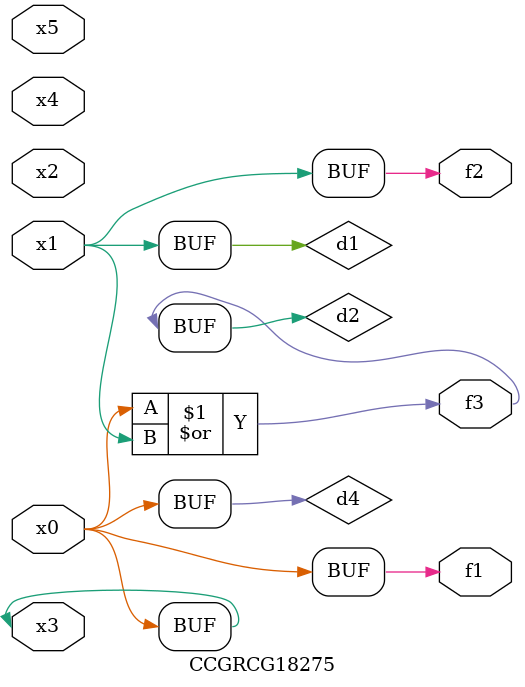
<source format=v>
module CCGRCG18275(
	input x0, x1, x2, x3, x4, x5,
	output f1, f2, f3
);

	wire d1, d2, d3, d4;

	and (d1, x1);
	or (d2, x0, x1);
	nand (d3, x0, x5);
	buf (d4, x0, x3);
	assign f1 = d4;
	assign f2 = d1;
	assign f3 = d2;
endmodule

</source>
